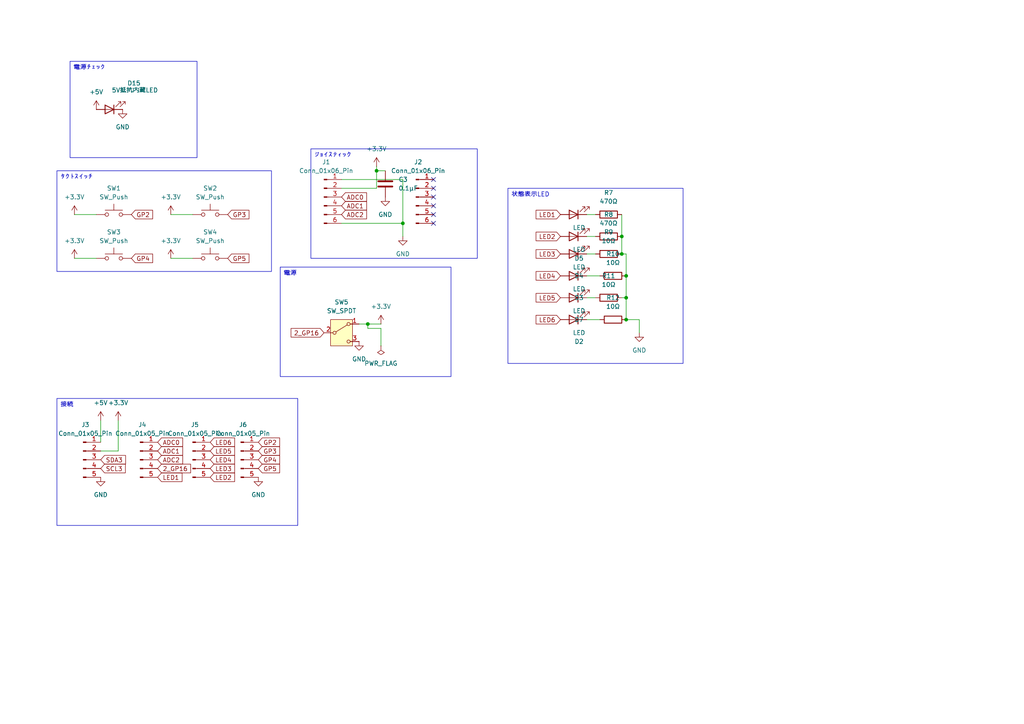
<source format=kicad_sch>
(kicad_sch (version 20250114) (generator "eeschema") (generator_version "9.0")
  (paper "A4")
  (lib_symbols
    (symbol "Connector:Conn_01x05_Pin" (pin_names (offset 1.016) (hide yes))
      (property "Reference" "J" (at 0 7.62 0))
      (property "Value" "Conn_01x05_Pin" (at 0 -7.62 0))
      (symbol "Conn_01x05_Pin_1_1"
        (rectangle (start 0.8636 5.207) (end 0 4.953) (stroke (width 0.1524)) (fill (type outline)))
        (rectangle (start 0.8636 2.667) (end 0 2.413) (stroke (width 0.1524)) (fill (type outline)))
        (rectangle (start 0.8636 0.127) (end 0 -0.127) (stroke (width 0.1524)) (fill (type outline)))
        (rectangle (start 0.8636 -2.413) (end 0 -2.667) (stroke (width 0.1524)) (fill (type outline)))
        (rectangle (start 0.8636 -4.953) (end 0 -5.207) (stroke (width 0.1524)) (fill (type outline)))
        (polyline (pts (xy 1.27 5.08) (xy 0.8636 5.08)) (stroke (width 0.1524)))
        (polyline (pts (xy 1.27 2.54) (xy 0.8636 2.54)) (stroke (width 0.1524)))
        (polyline (pts (xy 1.27 0) (xy 0.8636 0)) (stroke (width 0.1524)))
        (polyline (pts (xy 1.27 -2.54) (xy 0.8636 -2.54)) (stroke (width 0.1524)))
        (polyline (pts (xy 1.27 -5.08) (xy 0.8636 -5.08)) (stroke (width 0.1524)))
        (pin passive line (at 5.08 5.08 180) (length 3.81) (name "Pin_1") (number "1"))
        (pin passive line (at 5.08 2.54 180) (length 3.81) (name "Pin_2") (number "2"))
        (pin passive line (at 5.08 0 180) (length 3.81) (name "Pin_3") (number "3"))
        (pin passive line (at 5.08 -2.54 180) (length 3.81) (name "Pin_4") (number "4"))
        (pin passive line (at 5.08 -5.08 180) (length 3.81) (name "Pin_5") (number "5"))
      )
    )
    (symbol "Connector:Conn_01x06_Pin" (pin_names (offset 1.016) (hide yes))
      (property "Reference" "J" (at 0 7.62 0))
      (property "Value" "Conn_01x06_Pin" (at 0 -10.16 0))
      (symbol "Conn_01x06_Pin_1_1"
        (rectangle (start 0.8636 5.207) (end 0 4.953) (stroke (width 0.1524)) (fill (type outline)))
        (rectangle (start 0.8636 2.667) (end 0 2.413) (stroke (width 0.1524)) (fill (type outline)))
        (rectangle (start 0.8636 0.127) (end 0 -0.127) (stroke (width 0.1524)) (fill (type outline)))
        (rectangle (start 0.8636 -2.413) (end 0 -2.667) (stroke (width 0.1524)) (fill (type outline)))
        (rectangle (start 0.8636 -4.953) (end 0 -5.207) (stroke (width 0.1524)) (fill (type outline)))
        (rectangle (start 0.8636 -7.493) (end 0 -7.747) (stroke (width 0.1524)) (fill (type outline)))
        (polyline (pts (xy 1.27 5.08) (xy 0.8636 5.08)) (stroke (width 0.1524)))
        (polyline (pts (xy 1.27 2.54) (xy 0.8636 2.54)) (stroke (width 0.1524)))
        (polyline (pts (xy 1.27 0) (xy 0.8636 0)) (stroke (width 0.1524)))
        (polyline (pts (xy 1.27 -2.54) (xy 0.8636 -2.54)) (stroke (width 0.1524)))
        (polyline (pts (xy 1.27 -5.08) (xy 0.8636 -5.08)) (stroke (width 0.1524)))
        (polyline (pts (xy 1.27 -7.62) (xy 0.8636 -7.62)) (stroke (width 0.1524)))
        (pin passive line (at 5.08 5.08 180) (length 3.81) (name "Pin_1") (number "1"))
        (pin passive line (at 5.08 2.54 180) (length 3.81) (name "Pin_2") (number "2"))
        (pin passive line (at 5.08 0 180) (length 3.81) (name "Pin_3") (number "3"))
        (pin passive line (at 5.08 -2.54 180) (length 3.81) (name "Pin_4") (number "4"))
        (pin passive line (at 5.08 -5.08 180) (length 3.81) (name "Pin_5") (number "5"))
        (pin passive line (at 5.08 -7.62 180) (length 3.81) (name "Pin_6") (number "6"))
      )
    )
    (symbol "Device:C" (pin_numbers (hide yes)) (pin_names (offset 0.254))
      (property "Reference" "C" (at 0.635 2.54 0))
      (property "Value" "C" (at 0.635 -2.54 0))
      (symbol "C_0_1"
        (polyline (pts (xy -2.032 0.762) (xy 2.032 0.762)) (stroke (width 0.508)))
        (polyline (pts (xy -2.032 -0.762) (xy 2.032 -0.762)) (stroke (width 0.508)))
      )
      (symbol "C_1_1"
        (pin passive line (at 0 3.81 270) (length 2.794) (name "~") (number "1"))
        (pin passive line (at 0 -3.81 90) (length 2.794) (name "~") (number "2"))
      )
    )
    (symbol "Device:LED" (pin_numbers (hide yes)) (pin_names (offset 1.016) (hide yes))
      (property "Reference" "D" (at 0 2.54 0))
      (property "Value" "LED" (at 0 -2.54 0))
      (symbol "LED_0_1"
        (polyline (pts (xy -3.048 -0.762) (xy -4.572 -2.286) (xy -3.81 -2.286) (xy -4.572 -2.286) (xy -4.572 -1.524)))
        (polyline (pts (xy -1.778 -0.762) (xy -3.302 -2.286) (xy -2.54 -2.286) (xy -3.302 -2.286) (xy -3.302 -1.524)))
        (polyline (pts (xy -1.27 0) (xy 1.27 0)))
        (polyline (pts (xy -1.27 -1.27) (xy -1.27 1.27)) (stroke (width 0.254)))
        (polyline (pts (xy 1.27 -1.27) (xy 1.27 1.27) (xy -1.27 0) (xy 1.27 -1.27)) (stroke (width 0.254)))
      )
      (symbol "LED_1_1"
        (pin passive line (at -3.81 0 0) (length 2.54) (name "K") (number "1"))
        (pin passive line (at 3.81 0 180) (length 2.54) (name "A") (number "2"))
      )
    )
    (symbol "Device:R" (pin_numbers (hide yes)) (pin_names (offset 0))
      (property "Reference" "R" (at 2.032 0 90))
      (property "Value" "R" (at 0 0 90))
      (symbol "R_0_1"
        (rectangle (start -1.016 -2.54) (end 1.016 2.54) (stroke (width 0.254)))
      )
      (symbol "R_1_1"
        (pin passive line (at 0 3.81 270) (length 1.27) (name "~") (number "1"))
        (pin passive line (at 0 -3.81 90) (length 1.27) (name "~") (number "2"))
      )
    )
    (symbol "Switch:SW_Push" (pin_numbers (hide yes)) (pin_names (offset 1.016) (hide yes))
      (property "Reference" "SW" (at 1.27 2.54 0))
      (property "Value" "SW_Push" (at 0 -1.524 0))
      (symbol "SW_Push_0_1"
        (circle (center -2.032 0) (radius 0.508))
        (polyline (pts (xy 0 1.27) (xy 0 3.048)))
        (circle (center 2.032 0) (radius 0.508))
        (polyline (pts (xy 2.54 1.27) (xy -2.54 1.27)))
        (pin passive line (at -5.08 0 0) (length 2.54) (name "1") (number "1"))
        (pin passive line (at 5.08 0 180) (length 2.54) (name "2") (number "2"))
      )
    )
    (symbol "Switch:SW_SPDT" (pin_names (offset 0) (hide yes))
      (property "Reference" "SW" (at 0 5.08 0))
      (property "Value" "SW_SPDT" (at 0 -5.08 0))
      (symbol "SW_SPDT_0_1"
        (circle (center -2.032 0) (radius 0.4572))
        (polyline (pts (xy -1.651 0.254) (xy 1.651 2.286)))
        (circle (center 2.032 2.54) (radius 0.4572))
        (circle (center 2.032 -2.54) (radius 0.4572))
      )
      (symbol "SW_SPDT_1_1"
        (rectangle (start -3.175 3.81) (end 3.175 -3.81) (fill (type background)))
        (pin passive line (at -5.08 0 0) (length 2.54) (name "B") (number "2"))
        (pin passive line (at 5.08 2.54 180) (length 2.54) (name "A") (number "1"))
        (pin passive line (at 5.08 -2.54 180) (length 2.54) (name "C") (number "3"))
      )
    )
    (symbol "power:+3.3V" (power) (pin_numbers (hide yes)) (pin_names (offset 0) (hide yes))
      (property "Value" "+3.3V" (at 0 3.556 0))
      (symbol "+3.3V_0_1"
        (polyline (pts (xy -0.762 1.27) (xy 0 2.54)))
        (polyline (pts (xy 0 2.54) (xy 0.762 1.27)))
        (polyline (pts (xy 0 0) (xy 0 2.54)))
      )
      (symbol "+3.3V_1_1"
        (pin power_in line (at 0 0 90) (length 0) (name "~") (number "1"))
      )
    )
    (symbol "power:+5V" (power) (pin_numbers (hide yes)) (pin_names (offset 0) (hide yes))
      (property "Value" "+5V" (at 0 3.556 0))
      (symbol "+5V_0_1"
        (polyline (pts (xy -0.762 1.27) (xy 0 2.54)))
        (polyline (pts (xy 0 2.54) (xy 0.762 1.27)))
        (polyline (pts (xy 0 0) (xy 0 2.54)))
      )
      (symbol "+5V_1_1"
        (pin power_in line (at 0 0 90) (length 0) (name "~") (number "1"))
      )
    )
    (symbol "power:GND" (power) (pin_numbers (hide yes)) (pin_names (offset 0) (hide yes))
      (property "Value" "GND" (at 0 -3.81 0))
      (symbol "GND_0_1"
        (polyline (pts (xy 0 0) (xy 0 -1.27) (xy 1.27 -1.27) (xy 0 -2.54) (xy -1.27 -1.27) (xy 0 -1.27)))
      )
      (symbol "GND_1_1"
        (pin power_in line (at 0 0 270) (length 0) (name "~") (number "1"))
      )
    )
    (symbol "power:PWR_FLAG" (power) (pin_numbers (hide yes)) (pin_names (offset 0) (hide yes))
      (property "Value" "PWR_FLAG" (at 0 3.81 0))
      (symbol "PWR_FLAG_0_0"
        (pin power_out line (at 0 0 90) (length 0) (name "~") (number "1"))
      )
      (symbol "PWR_FLAG_0_1"
        (polyline (pts (xy 0 0) (xy 0 1.27) (xy -1.016 1.905) (xy 0 2.54) (xy 1.016 1.905) (xy 0 1.27)))
      )
    )
  )
  (text_box "電源チェック" (at 20.32 17.78 0) (size 36.83 27.94) (margins 0.9525 0.9525 0.9525 0.9525) (effects (font (size 1.27 1.27)) (justify left top)))
  (text_box "接続" (at 16.51 115.57 0) (size 69.85 36.83) (margins 0.9525 0.9525 0.9525 0.9525) (effects (font (size 1.27 1.27)) (justify left top)))
  (text_box "電源" (at 81.28 77.47 0) (size 49.53 31.75) (margins 0.9525 0.9525 0.9525 0.9525) (effects (font (size 1.27 1.27)) (justify left top)))
  (text_box "ジョイスティック" (at 90.17 43.18 0) (size 48.26 31.75) (margins 0.9525 0.9525 0.9525 0.9525) (effects (font (size 1.27 1.27)) (justify left top)))
  (text_box "タクトスイッチ" (at 16.51 49.53 0) (size 62.23 29.21) (margins 0.9525 0.9525 0.9525 0.9525) (effects (font (size 1.27 1.27)) (justify left top)))
  (text_box "状態表示LED" (at 147.32 54.61 0) (size 50.8 50.8) (margins 0.9525 0.9525 0.9525 0.9525) (effects (font (size 1.27 1.27)) (justify left top)))
  (junction (at 181.61 92.71))
  (junction (at 180.34 68.58))
  (junction (at 181.61 80.01))
  (junction (at 106.68 93.98))
  (junction (at 116.84 64.77))
  (junction (at 109.22 49.53))
  (junction (at 181.61 86.36))
  (junction (at 180.34 73.66))
  (no_connect (at 125.73 59.69))
  (no_connect (at 125.73 52.07))
  (no_connect (at 125.73 62.23))
  (no_connect (at 125.73 64.77))
  (no_connect (at 125.73 54.61))
  (no_connect (at 125.73 57.15))
  (wire (pts (xy 109.22 49.53) (xy 111.76 49.53)))
  (wire (pts (xy 99.06 52.07) (xy 116.84 52.07)))
  (wire (pts (xy 110.49 93.98) (xy 106.68 93.98)))
  (wire (pts (xy 185.42 92.71) (xy 185.42 96.52)))
  (wire (pts (xy 170.18 80.01) (xy 173.99 80.01)))
  (wire (pts (xy 106.68 95.25) (xy 106.68 93.98)))
  (wire (pts (xy 34.29 121.92) (xy 34.29 130.81)))
  (wire (pts (xy 110.49 100.33) (xy 110.49 95.25)))
  (wire (pts (xy 170.18 86.36) (xy 172.72 86.36)))
  (wire (pts (xy 181.61 73.66) (xy 181.61 80.01)))
  (wire (pts (xy 99.06 54.61) (xy 109.22 54.61)))
  (wire (pts (xy 170.18 68.58) (xy 172.72 68.58)))
  (wire (pts (xy 34.29 130.81) (xy 29.21 130.81)))
  (wire (pts (xy 181.61 86.36) (xy 181.61 92.71)))
  (wire (pts (xy 180.34 73.66) (xy 181.61 73.66)))
  (wire (pts (xy 109.22 49.53) (xy 109.22 48.26)))
  (wire (pts (xy 170.18 92.71) (xy 173.99 92.71)))
  (wire (pts (xy 116.84 64.77) (xy 116.84 68.58)))
  (wire (pts (xy 170.18 73.66) (xy 172.72 73.66)))
  (wire (pts (xy 29.21 121.92) (xy 29.21 128.27)))
  (wire (pts (xy 170.18 62.23) (xy 172.72 62.23)))
  (wire (pts (xy 49.53 62.23) (xy 55.88 62.23)))
  (wire (pts (xy 21.59 62.23) (xy 27.94 62.23)))
  (wire (pts (xy 181.61 80.01) (xy 181.61 86.36)))
  (wire (pts (xy 109.22 54.61) (xy 109.22 49.53)))
  (wire (pts (xy 181.61 86.36) (xy 180.34 86.36)))
  (wire (pts (xy 116.84 52.07) (xy 116.84 64.77)))
  (wire (pts (xy 181.61 92.71) (xy 185.42 92.71)))
  (wire (pts (xy 99.06 64.77) (xy 116.84 64.77)))
  (wire (pts (xy 180.34 68.58) (xy 180.34 73.66)))
  (wire (pts (xy 21.59 74.93) (xy 27.94 74.93)))
  (wire (pts (xy 180.34 62.23) (xy 180.34 68.58)))
  (wire (pts (xy 49.53 74.93) (xy 55.88 74.93)))
  (wire (pts (xy 106.68 93.98) (xy 104.14 93.98)))
  (wire (pts (xy 110.49 95.25) (xy 106.68 95.25)))
  (global_label "LED6" (shape input) (at 162.56 92.71 180) (property "Intersheetrefs" "${INTERSHEET_REFS}" (effects (hide yes))))
  (global_label "LED2" (shape input) (at 60.96 138.43 0) (property "Intersheetrefs" "${INTERSHEET_REFS}" (effects (hide yes))))
  (global_label "ADC2" (shape input) (at 99.06 62.23 0) (property "Intersheetrefs" "${INTERSHEET_REFS}" (effects (hide yes))))
  (global_label "LED5" (shape input) (at 60.96 130.81 0) (property "Intersheetrefs" "${INTERSHEET_REFS}" (effects (hide yes))))
  (global_label "LED4" (shape input) (at 162.56 80.01 180) (property "Intersheetrefs" "${INTERSHEET_REFS}" (effects (hide yes))))
  (global_label "LED2" (shape input) (at 162.56 68.58 180) (property "Intersheetrefs" "${INTERSHEET_REFS}" (effects (hide yes))))
  (global_label "GP3" (shape input) (at 66.04 62.23 0) (property "Intersheetrefs" "${INTERSHEET_REFS}" (effects (hide yes))))
  (global_label "LED3" (shape input) (at 162.56 73.66 180) (property "Intersheetrefs" "${INTERSHEET_REFS}" (effects (hide yes))))
  (global_label "LED4" (shape input) (at 60.96 133.35 0) (property "Intersheetrefs" "${INTERSHEET_REFS}" (effects (hide yes))))
  (global_label "SCL3" (shape input) (at 29.21 135.89 0) (property "Intersheetrefs" "${INTERSHEET_REFS}" (effects (hide yes))))
  (global_label "ADC1" (shape input) (at 45.72 130.81 0) (property "Intersheetrefs" "${INTERSHEET_REFS}" (effects (hide yes))))
  (global_label "ADC2" (shape input) (at 45.72 133.35 0) (property "Intersheetrefs" "${INTERSHEET_REFS}" (effects (hide yes))))
  (global_label "GP5" (shape input) (at 74.93 135.89 0) (property "Intersheetrefs" "${INTERSHEET_REFS}" (effects (hide yes))))
  (global_label "GP2" (shape input) (at 74.93 128.27 0) (property "Intersheetrefs" "${INTERSHEET_REFS}" (effects (hide yes))))
  (global_label "GP2" (shape input) (at 38.1 62.23 0) (property "Intersheetrefs" "${INTERSHEET_REFS}" (effects (hide yes))))
  (global_label "GP4" (shape input) (at 74.93 133.35 0) (property "Intersheetrefs" "${INTERSHEET_REFS}" (effects (hide yes))))
  (global_label "LED1" (shape input) (at 45.72 138.43 0) (property "Intersheetrefs" "${INTERSHEET_REFS}" (effects (hide yes))))
  (global_label "LED5" (shape input) (at 162.56 86.36 180) (property "Intersheetrefs" "${INTERSHEET_REFS}" (effects (hide yes))))
  (global_label "LED3" (shape input) (at 60.96 135.89 0) (property "Intersheetrefs" "${INTERSHEET_REFS}" (effects (hide yes))))
  (global_label "2_GP16" (shape input) (at 93.98 96.52 180) (property "Intersheetrefs" "${INTERSHEET_REFS}" (effects (hide yes))))
  (global_label "ADC1" (shape input) (at 99.06 59.69 0) (property "Intersheetrefs" "${INTERSHEET_REFS}" (effects (hide yes))))
  (global_label "ADC0" (shape input) (at 99.06 57.15 0) (property "Intersheetrefs" "${INTERSHEET_REFS}" (effects (hide yes))))
  (global_label "GP5" (shape input) (at 66.04 74.93 0) (property "Intersheetrefs" "${INTERSHEET_REFS}" (effects (hide yes))))
  (global_label "GP3" (shape input) (at 74.93 130.81 0) (property "Intersheetrefs" "${INTERSHEET_REFS}" (effects (hide yes))))
  (global_label "LED6" (shape input) (at 60.96 128.27 0) (property "Intersheetrefs" "${INTERSHEET_REFS}" (effects (hide yes))))
  (global_label "ADC0" (shape input) (at 45.72 128.27 0) (property "Intersheetrefs" "${INTERSHEET_REFS}" (effects (hide yes))))
  (global_label "SDA3" (shape input) (at 29.21 133.35 0) (property "Intersheetrefs" "${INTERSHEET_REFS}" (effects (hide yes))))
  (global_label "2_GP16" (shape input) (at 45.72 135.89 0) (property "Intersheetrefs" "${INTERSHEET_REFS}" (effects (hide yes))))
  (global_label "LED1" (shape input) (at 162.56 62.23 180) (property "Intersheetrefs" "${INTERSHEET_REFS}" (effects (hide yes))))
  (global_label "GP4" (shape input) (at 38.1 74.93 0) (property "Intersheetrefs" "${INTERSHEET_REFS}" (effects (hide yes))))
  (symbol (lib_id "power:+3.3V") (at 34.29 121.92 0) (unit 1)
    (property "Reference" "#PWR023" (effects (hide yes)))
    (property "Value" "+3.3V" (at 34.29 116.84 0))
    (property "Description" "Power symbol creates a global label with name \"+3.3V\"" (effects (hide yes)))
  )
  (symbol (lib_id "Connector:Conn_01x05_Pin") (at 24.13 133.35 0) (unit 1)
    (property "Reference" "J3" (at 24.765 123.19 0))
    (property "Value" "Conn_01x05_Pin" (at 24.765 125.73 0))
    (property "Footprint" "Connector_PinHeader_2.54mm:PinHeader_1x05_P2.54mm_Vertical" (effects (hide yes)))
    (property "Description" "Generic connector, single row, 01x05, script generated" (effects (hide yes)))
  )
  (symbol (lib_id "power:GND") (at 116.84 68.58 0) (unit 1)
    (property "Reference" "#PWR03" (effects (hide yes)))
    (property "Value" "GND" (at 116.84 73.66 0))
    (property "Description" "Power symbol creates a global label with name \"GND\" , ground" (effects (hide yes)))
  )
  (symbol (lib_id "Connector:Conn_01x05_Pin") (at 69.85 133.35 0) (unit 1)
    (property "Reference" "J6" (at 70.485 123.19 0))
    (property "Value" "Conn_01x05_Pin" (at 70.485 125.73 0))
    (property "Footprint" "Connector_PinHeader_2.54mm:PinHeader_1x05_P2.54mm_Vertical" (effects (hide yes)))
    (property "Description" "Generic connector, single row, 01x05, script generated" (effects (hide yes)))
  )
  (symbol (lib_id "Device:LED") (at 166.37 86.36 180) (unit 1)
    (property "Reference" "D7" (at 167.9575 92.71 0))
    (property "Value" "LED" (at 167.9575 90.17 0))
    (property "Footprint" "LED_THT:LED_D5.0mm" (effects (hide yes)))
    (property "Description" "Light emitting diode" (effects (hide yes)))
    (property "Sim.Pins" "1=K 2=A" (effects (hide yes)))
  )
  (symbol (lib_id "Device:R") (at 176.53 86.36 90) (unit 1)
    (property "Reference" "R11" (at 176.53 80.01 90))
    (property "Value" "10Ω" (at 176.53 82.55 90))
    (property "Footprint" "Resistor_THT:R_Axial_DIN0207_L6.3mm_D2.5mm_P10.16mm_Horizontal" (effects (hide yes)))
    (property "Description" "Resistor" (effects (hide yes)))
  )
  (symbol (lib_id "Device:C") (at 111.76 53.34 0) (unit 1)
    (property "Reference" "C3" (at 115.57 52.0699 0) (effects (justify left)))
    (property "Value" "0.1μF" (at 115.57 54.6099 0) (effects (justify left)))
    (property "Footprint" "Capacitor_SMD:C_0603_1608Metric" (effects (hide yes)))
    (property "Description" "Unpolarized capacitor" (effects (hide yes)))
  )
  (symbol (lib_id "Switch:SW_Push") (at 60.96 74.93 0) (unit 1)
    (property "Reference" "SW4" (at 60.96 67.31 0))
    (property "Value" "SW_Push" (at 60.96 69.85 0))
    (property "Footprint" "KiCad_TP0:TVGP01G73BB" (effects (hide yes)))
    (property "Description" "Push button switch, generic, two pins" (effects (hide yes)))
  )
  (symbol (lib_id "Switch:SW_Push") (at 33.02 62.23 0) (unit 1)
    (property "Reference" "SW1" (at 33.02 54.61 0))
    (property "Value" "SW_Push" (at 33.02 57.15 0))
    (property "Footprint" "KiCad_TP0:TVGP01G73BB" (effects (hide yes)))
    (property "Description" "Push button switch, generic, two pins" (effects (hide yes)))
  )
  (symbol (lib_id "Device:R") (at 176.53 68.58 270) (unit 1)
    (property "Reference" "R8" (at 176.53 62.23 90))
    (property "Value" "470Ω" (at 176.53 64.77 90))
    (property "Footprint" "Resistor_THT:R_Axial_DIN0207_L6.3mm_D2.5mm_P10.16mm_Horizontal" (effects (hide yes)))
    (property "Description" "Resistor" (effects (hide yes)))
  )
  (symbol (lib_id "power:GND") (at 104.14 99.06 0) (unit 1)
    (property "Reference" "#PWR020" (effects (hide yes)))
    (property "Value" "GND" (at 104.14 104.14 0))
    (property "Description" "Power symbol creates a global label with name \"GND\" , ground" (effects (hide yes)))
  )
  (symbol (lib_id "power:GND") (at 74.93 138.43 0) (unit 1)
    (property "Reference" "#PWR026" (effects (hide yes)))
    (property "Value" "GND" (at 74.93 143.51 0))
    (property "Description" "Power symbol creates a global label with name \"GND\" , ground" (effects (hide yes)))
  )
  (symbol (lib_id "Device:R") (at 176.53 62.23 270) (unit 1)
    (property "Reference" "R7" (at 176.53 55.88 90))
    (property "Value" "470Ω" (at 176.53 58.42 90))
    (property "Footprint" "Resistor_THT:R_Axial_DIN0207_L6.3mm_D2.5mm_P10.16mm_Horizontal" (effects (hide yes)))
    (property "Description" "Resistor" (effects (hide yes)))
  )
  (symbol (lib_id "power:+5V") (at 27.94 31.75 0) (unit 1)
    (property "Reference" "#PWR055" (effects (hide yes)))
    (property "Value" "+5V" (at 27.94 26.67 0))
    (property "Description" "Power symbol creates a global label with name \"+5V\"" (effects (hide yes)))
  )
  (symbol (lib_id "Device:LED") (at 166.37 73.66 180) (unit 1)
    (property "Reference" "D4" (at 167.9575 80.01 0))
    (property "Value" "LED" (at 167.9575 77.47 0))
    (property "Footprint" "LED_THT:LED_D5.0mm" (effects (hide yes)))
    (property "Description" "Light emitting diode" (effects (hide yes)))
    (property "Sim.Pins" "1=K 2=A" (effects (hide yes)))
  )
  (symbol (lib_id "Connector:Conn_01x05_Pin") (at 55.88 133.35 0) (unit 1)
    (property "Reference" "J5" (at 56.515 123.19 0))
    (property "Value" "Conn_01x05_Pin" (at 56.515 125.73 0))
    (property "Footprint" "Connector_PinHeader_2.54mm:PinHeader_1x05_P2.54mm_Vertical" (effects (hide yes)))
    (property "Description" "Generic connector, single row, 01x05, script generated" (effects (hide yes)))
  )
  (symbol (lib_id "Device:LED") (at 166.37 80.01 180) (unit 1)
    (property "Reference" "D3" (at 167.9575 86.36 0))
    (property "Value" "LED" (at 167.9575 83.82 0))
    (property "Footprint" "LED_THT:LED_D5.0mm" (effects (hide yes)))
    (property "Description" "Light emitting diode" (effects (hide yes)))
    (property "Sim.Pins" "1=K 2=A" (effects (hide yes)))
  )
  (symbol (lib_id "power:GND") (at 185.42 96.52 0) (unit 1)
    (property "Reference" "#PWR012" (effects (hide yes)))
    (property "Value" "GND" (at 185.42 101.6 0))
    (property "Description" "Power symbol creates a global label with name \"GND\" , ground" (effects (hide yes)))
  )
  (symbol (lib_id "power:GND") (at 35.56 31.75 0) (unit 1)
    (property "Reference" "#PWR056" (effects (hide yes)))
    (property "Value" "GND" (at 35.56 36.83 0))
    (property "Description" "Power symbol creates a global label with name \"GND\" , ground" (effects (hide yes)))
  )
  (symbol (lib_id "Device:LED") (at 166.37 62.23 180) (unit 1)
    (property "Reference" "D6" (at 315.2775 -87.63 0))
    (property "Value" "LED" (at 167.9575 66.04 0))
    (property "Footprint" "LED_THT:LED_D5.0mm" (effects (hide yes)))
    (property "Description" "Light emitting diode" (effects (hide yes)))
    (property "Sim.Pins" "1=K 2=A" (effects (hide yes)))
  )
  (symbol (lib_id "Device:R") (at 177.8 80.01 90) (unit 1)
    (property "Reference" "R10" (at 177.8 73.66 90))
    (property "Value" "10Ω" (at 177.8 76.2 90))
    (property "Footprint" "Resistor_THT:R_Axial_DIN0207_L6.3mm_D2.5mm_P10.16mm_Horizontal" (effects (hide yes)))
    (property "Description" "Resistor" (effects (hide yes)))
  )
  (symbol (lib_id "Device:R") (at 177.8 92.71 90) (unit 1)
    (property "Reference" "R12" (at 177.8 86.36 90))
    (property "Value" "10Ω" (at 177.8 88.9 90))
    (property "Footprint" "Resistor_THT:R_Axial_DIN0207_L6.3mm_D2.5mm_P10.16mm_Horizontal" (effects (hide yes)))
    (property "Description" "Resistor" (effects (hide yes)))
  )
  (symbol (lib_id "power:+5V") (at 29.21 121.92 0) (unit 1)
    (property "Reference" "#PWR022" (effects (hide yes)))
    (property "Value" "+5V" (at 29.21 116.84 0))
    (property "Description" "Power symbol creates a global label with name \"+5V\"" (effects (hide yes)))
  )
  (symbol (lib_id "power:+3.3V") (at 110.49 93.98 0) (unit 1)
    (property "Reference" "#PWR019" (effects (hide yes)))
    (property "Value" "+3.3V" (at 110.49 88.9 0))
    (property "Description" "Power symbol creates a global label with name \"+3.3V\"" (effects (hide yes)))
  )
  (symbol (lib_id "power:+3.3V") (at 49.53 74.93 0) (unit 1)
    (property "Reference" "#PWR09" (effects (hide yes)))
    (property "Value" "+3.3V" (at 49.53 69.85 0))
    (property "Description" "Power symbol creates a global label with name \"+3.3V\"" (effects (hide yes)))
  )
  (symbol (lib_id "Device:LED") (at 31.75 31.75 180) (unit 1)
    (property "Reference" "D15" (at 38.862 24.13 0))
    (property "Value" "5V抵抗内蔵LED" (at 39.116 26.162 0))
    (property "Footprint" "LED_THT:LED_D5.0mm" (effects (hide yes)))
    (property "Description" "Light emitting diode" (effects (hide yes)))
    (property "Sim.Pins" "1=K 2=A" (effects (hide yes)))
  )
  (symbol (lib_id "Connector:Conn_01x05_Pin") (at 40.64 133.35 0) (unit 1)
    (property "Reference" "J4" (at 41.275 123.19 0))
    (property "Value" "Conn_01x05_Pin" (at 41.275 125.73 0))
    (property "Footprint" "Connector_PinHeader_2.54mm:PinHeader_1x05_P2.54mm_Vertical" (effects (hide yes)))
    (property "Description" "Generic connector, single row, 01x05, script generated" (effects (hide yes)))
  )
  (symbol (lib_id "power:GND") (at 111.76 57.15 0) (unit 1)
    (property "Reference" "#PWR015" (effects (hide yes)))
    (property "Value" "GND" (at 111.76 62.23 0))
    (property "Description" "Power symbol creates a global label with name \"GND\" , ground" (effects (hide yes)))
  )
  (symbol (lib_id "power:+3.3V") (at 21.59 74.93 0) (unit 1)
    (property "Reference" "#PWR08" (effects (hide yes)))
    (property "Value" "+3.3V" (at 21.59 69.85 0))
    (property "Description" "Power symbol creates a global label with name \"+3.3V\"" (effects (hide yes)))
  )
  (symbol (lib_id "Connector:Conn_01x06_Pin") (at 120.65 57.15 0) (unit 1)
    (property "Reference" "J2" (at 121.285 46.99 0))
    (property "Value" "Conn_01x06_Pin" (at 121.285 49.53 0))
    (property "Footprint" "Connector_PinHeader_2.54mm:PinHeader_1x06_P2.54mm_Vertical" (effects (hide yes)))
    (property "Description" "Generic connector, single row, 01x06, script generated" (effects (hide yes)))
  )
  (symbol (lib_id "power:+3.3V") (at 21.59 62.23 0) (unit 1)
    (property "Reference" "#PWR06" (effects (hide yes)))
    (property "Value" "+3.3V" (at 21.59 57.15 0))
    (property "Description" "Power symbol creates a global label with name \"+3.3V\"" (effects (hide yes)))
  )
  (symbol (lib_id "power:PWR_FLAG") (at 110.49 100.33 180) (unit 1)
    (property "Reference" "#FLG05" (effects (hide yes)))
    (property "Value" "PWR_FLAG" (at 110.49 105.41 0))
    (property "Description" "Special symbol for telling ERC where power comes from" (effects (hide yes)))
  )
  (symbol (lib_id "Switch:SW_SPDT") (at 99.06 96.52 0) (unit 1)
    (property "Reference" "SW5" (at 99.06 87.63 0))
    (property "Value" "SW_SPDT" (at 99.06 90.17 0))
    (property "Footprint" "kicad_3MS1J102M2QES:3MS1J102M2QES" (effects (hide yes)))
    (property "Description" "Switch, single pole double throw" (effects (hide yes)))
  )
  (symbol (lib_id "Device:LED") (at 166.37 92.71 180) (unit 1)
    (property "Reference" "D2" (at 167.9575 99.06 0))
    (property "Value" "LED" (at 167.9575 96.52 0))
    (property "Footprint" "LED_THT:LED_D5.0mm" (effects (hide yes)))
    (property "Description" "Light emitting diode" (effects (hide yes)))
    (property "Sim.Pins" "1=K 2=A" (effects (hide yes)))
  )
  (symbol (lib_id "Device:LED") (at 166.37 68.58 180) (unit 1)
    (property "Reference" "D5" (at 167.9575 74.93 0))
    (property "Value" "LED" (at 167.9575 72.39 0))
    (property "Footprint" "LED_THT:LED_D5.0mm" (effects (hide yes)))
    (property "Description" "Light emitting diode" (effects (hide yes)))
    (property "Sim.Pins" "1=K 2=A" (effects (hide yes)))
  )
  (symbol (lib_id "Connector:Conn_01x06_Pin") (at 93.98 57.15 0) (unit 1)
    (property "Reference" "J1" (at 94.615 46.99 0))
    (property "Value" "Conn_01x06_Pin" (at 94.615 49.53 0))
    (property "Footprint" "Connector_PinHeader_2.54mm:PinHeader_1x06_P2.54mm_Vertical" (effects (hide yes)))
    (property "Description" "Generic connector, single row, 01x06, script generated" (effects (hide yes)))
  )
  (symbol (lib_id "power:GND") (at 29.21 138.43 0) (unit 1)
    (property "Reference" "#PWR024" (effects (hide yes)))
    (property "Value" "GND" (at 29.21 143.51 0))
    (property "Description" "Power symbol creates a global label with name \"GND\" , ground" (effects (hide yes)))
  )
  (symbol (lib_id "power:+3.3V") (at 109.22 48.26 0) (unit 1)
    (property "Reference" "#PWR04" (effects (hide yes)))
    (property "Value" "+3.3V" (at 109.22 43.18 0))
    (property "Description" "Power symbol creates a global label with name \"+3.3V\"" (effects (hide yes)))
  )
  (symbol (lib_id "power:+3.3V") (at 49.53 62.23 0) (unit 1)
    (property "Reference" "#PWR07" (effects (hide yes)))
    (property "Value" "+3.3V" (at 49.53 57.15 0))
    (property "Description" "Power symbol creates a global label with name \"+3.3V\"" (effects (hide yes)))
  )
  (symbol (lib_id "Device:R") (at 176.53 73.66 90) (unit 1)
    (property "Reference" "R9" (at 176.53 67.31 90))
    (property "Value" "10Ω" (at 176.53 69.85 90))
    (property "Footprint" "Resistor_THT:R_Axial_DIN0207_L6.3mm_D2.5mm_P10.16mm_Horizontal" (effects (hide yes)))
    (property "Description" "Resistor" (effects (hide yes)))
  )
  (symbol (lib_id "Switch:SW_Push") (at 33.02 74.93 0) (unit 1)
    (property "Reference" "SW3" (at 33.02 67.31 0))
    (property "Value" "SW_Push" (at 33.02 69.85 0))
    (property "Footprint" "KiCad_TP0:TVGP01G73BB" (effects (hide yes)))
    (property "Description" "Push button switch, generic, two pins" (effects (hide yes)))
  )
  (symbol (lib_id "Switch:SW_Push") (at 60.96 62.23 0) (unit 1)
    (property "Reference" "SW2" (at 60.96 54.61 0))
    (property "Value" "SW_Push" (at 60.96 57.15 0))
    (property "Footprint" "KiCad_TP0:TVGP01G73BB" (effects (hide yes)))
    (property "Description" "Push button switch, generic, two pins" (effects (hide yes)))
  )
)
</source>
